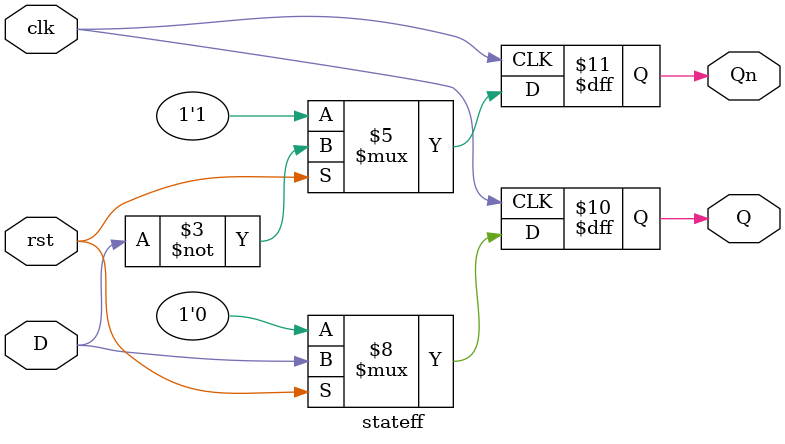
<source format=v>
module stateff
(
    input wire clk,
    input wire rst,
    input wire D,
    output reg Q,
    output reg Qn
);
parameter FF_TYPE = "DFF";
if (FF_TYPE == "DFF") begin
    always @(negedge clk ) begin
        if (rst == 0) begin
            Q <= 0; 
            Qn <= 1; 
        end else begin
            Q <= D; 
            Qn <= ~D; 
        end
    end
end else if (FF_TYPE == "TFF") begin
    always @(negedge clk) begin
        if (rst == 0) begin
            Q <= 0; 
            Qn <= 1;
        end else begin
            Q <= ~Q; 
            Qn <= ~Q; 
        end
    end
end 
endmodule
</source>
